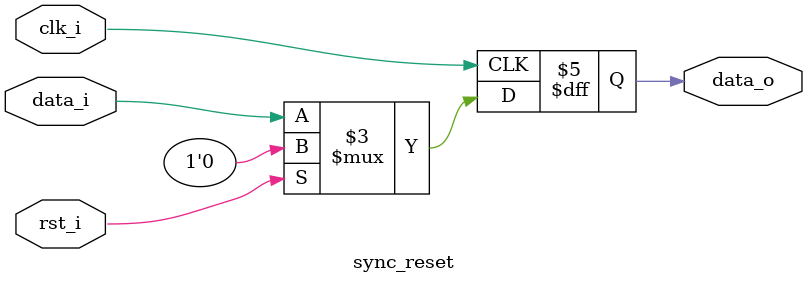
<source format=v>

module sync_reset(
  input      clk_i,
`ifdef ACTIVE_LOW_RST
  input      rst_n_i,
`else
  input      rst_i,
`endif
  input      data_i,
  output reg data_o
);

  always@(posedge clk_i) begin
  `ifdef ACTIVE_LOW_RST
    if (!rst_n_i) begin
  `else
    if (rst_i) begin
  `endif
	  data_o <= 1'b0;
	end else begin
	  data_o <= data_i;
	end
  end
  
endmodule

</source>
